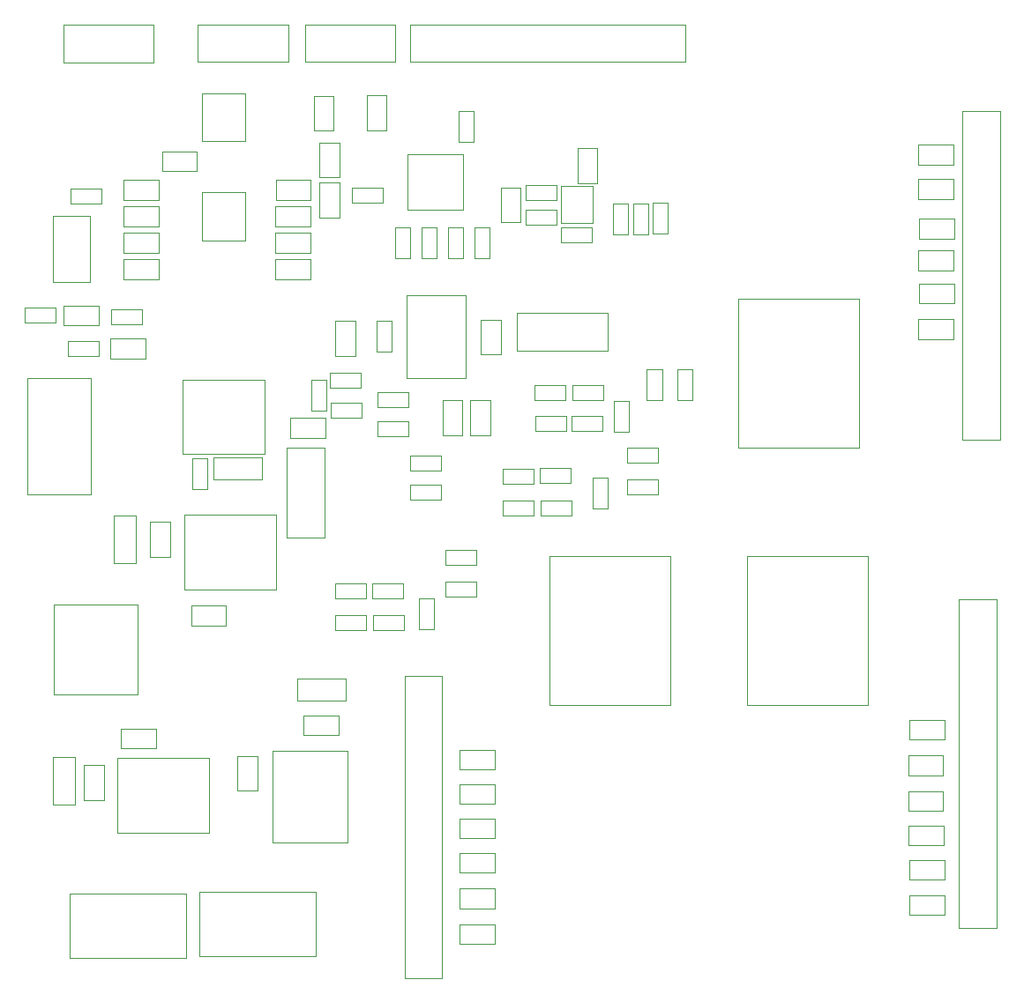
<source format=gbr>
G04 #@! TF.GenerationSoftware,KiCad,Pcbnew,(5.1.0)-1*
G04 #@! TF.CreationDate,2019-04-11T14:20:27+03:00*
G04 #@! TF.ProjectId,OF_link_CATV_tester-Aleksejsm,4f465f6c-696e-46b5-9f43-4154565f7465,rev?*
G04 #@! TF.SameCoordinates,Original*
G04 #@! TF.FileFunction,Other,User*
%FSLAX46Y46*%
G04 Gerber Fmt 4.6, Leading zero omitted, Abs format (unit mm)*
G04 Created by KiCad (PCBNEW (5.1.0)-1) date 2019-04-11 14:20:27*
%MOMM*%
%LPD*%
G04 APERTURE LIST*
%ADD10C,0.050000*%
G04 APERTURE END LIST*
D10*
X122025000Y-110194500D02*
X130675000Y-110194500D01*
X130675000Y-110194500D02*
X130675000Y-106594500D01*
X130675000Y-106594500D02*
X122025000Y-106594500D01*
X122025000Y-106594500D02*
X122025000Y-110194500D01*
X87144000Y-82508500D02*
X87144000Y-78908500D01*
X78494000Y-82508500D02*
X87144000Y-82508500D01*
X78494000Y-78908500D02*
X78494000Y-82508500D01*
X87144000Y-78908500D02*
X78494000Y-78908500D01*
X109471500Y-85647500D02*
X109471500Y-89007500D01*
X107571500Y-85647500D02*
X109471500Y-85647500D01*
X107571500Y-89007500D02*
X107571500Y-85647500D01*
X109471500Y-89007500D02*
X107571500Y-89007500D01*
X104391500Y-85711000D02*
X104391500Y-89071000D01*
X102491500Y-85711000D02*
X104391500Y-85711000D01*
X102491500Y-89071000D02*
X102491500Y-85711000D01*
X104391500Y-89071000D02*
X102491500Y-89071000D01*
X100034500Y-82445000D02*
X100034500Y-78845000D01*
X91384500Y-82445000D02*
X100034500Y-82445000D01*
X91384500Y-78845000D02*
X91384500Y-82445000D01*
X100034500Y-78845000D02*
X91384500Y-78845000D01*
X101641500Y-78845000D02*
X101641500Y-82445000D01*
X110291500Y-78845000D02*
X101641500Y-78845000D01*
X110291500Y-82445000D02*
X110291500Y-78845000D01*
X101641500Y-82445000D02*
X110291500Y-82445000D01*
X74961500Y-124037500D02*
X81111500Y-124037500D01*
X74961500Y-112837500D02*
X74961500Y-124037500D01*
X81111500Y-112837500D02*
X74961500Y-112837500D01*
X81111500Y-124037500D02*
X81111500Y-112837500D01*
X102701500Y-168370500D02*
X102701500Y-162220500D01*
X91501500Y-168370500D02*
X102701500Y-168370500D01*
X91501500Y-162220500D02*
X91501500Y-168370500D01*
X102701500Y-162220500D02*
X91501500Y-162220500D01*
X90255500Y-168497500D02*
X90255500Y-162347500D01*
X79055500Y-168497500D02*
X90255500Y-168497500D01*
X79055500Y-162347500D02*
X79055500Y-168497500D01*
X90255500Y-162347500D02*
X79055500Y-162347500D01*
X114830000Y-141456000D02*
X111230000Y-141456000D01*
X114830000Y-170456000D02*
X114830000Y-141456000D01*
X111230000Y-170456000D02*
X114830000Y-170456000D01*
X111230000Y-141456000D02*
X111230000Y-170456000D01*
X125137000Y-144244000D02*
X125137000Y-129944000D01*
X136737000Y-144244000D02*
X125137000Y-144244000D01*
X136737000Y-129943860D02*
X136738360Y-144244060D01*
X125137000Y-129944000D02*
X136737000Y-129944000D01*
X154834500Y-105184000D02*
X154834500Y-119484000D01*
X143234500Y-105184000D02*
X154834500Y-105184000D01*
X143234500Y-119484140D02*
X143233140Y-105183940D01*
X154834500Y-119484000D02*
X143234500Y-119484000D01*
X144060000Y-144244000D02*
X144060000Y-129944000D01*
X155660000Y-144244000D02*
X144060000Y-144244000D01*
X155660000Y-129943860D02*
X155661360Y-144244060D01*
X144060000Y-129944000D02*
X155660000Y-129944000D01*
X160514000Y-100586500D02*
X163874000Y-100586500D01*
X160514000Y-102486500D02*
X160514000Y-100586500D01*
X163874000Y-102486500D02*
X160514000Y-102486500D01*
X163874000Y-100586500D02*
X163874000Y-102486500D01*
X160641000Y-97538500D02*
X164001000Y-97538500D01*
X160641000Y-99438500D02*
X160641000Y-97538500D01*
X164001000Y-99438500D02*
X160641000Y-99438500D01*
X164001000Y-97538500D02*
X164001000Y-99438500D01*
X160547500Y-93728500D02*
X163907500Y-93728500D01*
X160547500Y-95628500D02*
X160547500Y-93728500D01*
X163907500Y-95628500D02*
X160547500Y-95628500D01*
X163907500Y-93728500D02*
X163907500Y-95628500D01*
X160514000Y-90426500D02*
X163874000Y-90426500D01*
X160514000Y-92326500D02*
X160514000Y-90426500D01*
X163874000Y-92326500D02*
X160514000Y-92326500D01*
X163874000Y-90426500D02*
X163874000Y-92326500D01*
X160611000Y-103761500D02*
X163971000Y-103761500D01*
X160611000Y-105661500D02*
X160611000Y-103761500D01*
X163971000Y-105661500D02*
X160611000Y-105661500D01*
X163971000Y-103761500D02*
X163971000Y-105661500D01*
X160547500Y-107190500D02*
X163907500Y-107190500D01*
X160547500Y-109090500D02*
X160547500Y-107190500D01*
X163907500Y-109090500D02*
X160547500Y-109090500D01*
X163907500Y-107190500D02*
X163907500Y-109090500D01*
X159688500Y-162499000D02*
X163048500Y-162499000D01*
X159688500Y-164399000D02*
X159688500Y-162499000D01*
X163048500Y-164399000D02*
X159688500Y-164399000D01*
X163048500Y-162499000D02*
X163048500Y-164399000D01*
X159688500Y-159133500D02*
X163048500Y-159133500D01*
X159688500Y-161033500D02*
X159688500Y-159133500D01*
X163048500Y-161033500D02*
X159688500Y-161033500D01*
X163048500Y-159133500D02*
X163048500Y-161033500D01*
X159625000Y-155831500D02*
X162985000Y-155831500D01*
X159625000Y-157731500D02*
X159625000Y-155831500D01*
X162985000Y-157731500D02*
X159625000Y-157731500D01*
X162985000Y-155831500D02*
X162985000Y-157731500D01*
X159561500Y-152529500D02*
X162921500Y-152529500D01*
X159561500Y-154429500D02*
X159561500Y-152529500D01*
X162921500Y-154429500D02*
X159561500Y-154429500D01*
X162921500Y-152529500D02*
X162921500Y-154429500D01*
X159561500Y-149100500D02*
X162921500Y-149100500D01*
X159561500Y-151000500D02*
X159561500Y-149100500D01*
X162921500Y-151000500D02*
X159561500Y-151000500D01*
X162921500Y-149100500D02*
X162921500Y-151000500D01*
X159673500Y-145671500D02*
X163033500Y-145671500D01*
X159673500Y-147571500D02*
X159673500Y-145671500D01*
X163033500Y-147571500D02*
X159673500Y-147571500D01*
X163033500Y-145671500D02*
X163033500Y-147571500D01*
X127298000Y-113506500D02*
X130258000Y-113506500D01*
X127298000Y-114966500D02*
X127298000Y-113506500D01*
X130258000Y-114966500D02*
X127298000Y-114966500D01*
X130258000Y-113506500D02*
X130258000Y-114966500D01*
X127234500Y-116491000D02*
X130194500Y-116491000D01*
X127234500Y-117951000D02*
X127234500Y-116491000D01*
X130194500Y-117951000D02*
X127234500Y-117951000D01*
X130194500Y-116491000D02*
X130194500Y-117951000D01*
X124212000Y-121444000D02*
X127172000Y-121444000D01*
X124212000Y-122904000D02*
X124212000Y-121444000D01*
X127172000Y-122904000D02*
X124212000Y-122904000D01*
X127172000Y-121444000D02*
X127172000Y-122904000D01*
X124275500Y-124555500D02*
X127235500Y-124555500D01*
X124275500Y-126015500D02*
X124275500Y-124555500D01*
X127235500Y-126015500D02*
X124275500Y-126015500D01*
X127235500Y-124555500D02*
X127235500Y-126015500D01*
X168360500Y-87163500D02*
X164760500Y-87163500D01*
X168360500Y-118713500D02*
X168360500Y-87163500D01*
X164760500Y-118713500D02*
X168360500Y-118713500D01*
X164760500Y-87163500D02*
X164760500Y-118713500D01*
X164443000Y-165630000D02*
X168043000Y-165630000D01*
X164443000Y-134080000D02*
X164443000Y-165630000D01*
X168043000Y-134080000D02*
X164443000Y-134080000D01*
X168043000Y-165630000D02*
X168043000Y-134080000D01*
X123742000Y-116427500D02*
X126702000Y-116427500D01*
X123742000Y-117887500D02*
X123742000Y-116427500D01*
X126702000Y-117887500D02*
X123742000Y-117887500D01*
X126702000Y-116427500D02*
X126702000Y-117887500D01*
X123716500Y-113506500D02*
X126676500Y-113506500D01*
X123716500Y-114966500D02*
X123716500Y-113506500D01*
X126676500Y-114966500D02*
X123716500Y-114966500D01*
X126676500Y-113506500D02*
X126676500Y-114966500D01*
X132746500Y-115042500D02*
X132746500Y-118002500D01*
X131286500Y-115042500D02*
X132746500Y-115042500D01*
X131286500Y-118002500D02*
X131286500Y-115042500D01*
X132746500Y-118002500D02*
X131286500Y-118002500D01*
X135921500Y-111969000D02*
X135921500Y-114929000D01*
X134461500Y-111969000D02*
X135921500Y-111969000D01*
X134461500Y-114929000D02*
X134461500Y-111969000D01*
X135921500Y-114929000D02*
X134461500Y-114929000D01*
X120656000Y-124555500D02*
X123616000Y-124555500D01*
X120656000Y-126015500D02*
X120656000Y-124555500D01*
X123616000Y-126015500D02*
X120656000Y-126015500D01*
X123616000Y-124555500D02*
X123616000Y-126015500D01*
X138842500Y-111969000D02*
X138842500Y-114929000D01*
X137382500Y-111969000D02*
X138842500Y-111969000D01*
X137382500Y-114929000D02*
X137382500Y-111969000D01*
X138842500Y-114929000D02*
X137382500Y-114929000D01*
X120656000Y-121507500D02*
X123616000Y-121507500D01*
X120656000Y-122967500D02*
X120656000Y-121507500D01*
X123616000Y-122967500D02*
X120656000Y-122967500D01*
X123616000Y-121507500D02*
X123616000Y-122967500D01*
X130714500Y-122370500D02*
X130714500Y-125330500D01*
X129254500Y-122370500D02*
X130714500Y-122370500D01*
X129254500Y-125330500D02*
X129254500Y-122370500D01*
X130714500Y-125330500D02*
X129254500Y-125330500D01*
X135554000Y-120999000D02*
X132594000Y-120999000D01*
X135554000Y-119539000D02*
X135554000Y-120999000D01*
X132594000Y-119539000D02*
X135554000Y-119539000D01*
X132594000Y-120999000D02*
X132594000Y-119539000D01*
X135554000Y-123983500D02*
X132594000Y-123983500D01*
X135554000Y-122523500D02*
X135554000Y-123983500D01*
X132594000Y-122523500D02*
X135554000Y-122523500D01*
X132594000Y-123983500D02*
X132594000Y-122523500D01*
X99927000Y-128165000D02*
X103527000Y-128165000D01*
X99927000Y-119515000D02*
X99927000Y-128165000D01*
X103527000Y-119515000D02*
X99927000Y-119515000D01*
X103527000Y-128165000D02*
X103527000Y-119515000D01*
X119838500Y-150429000D02*
X116478500Y-150429000D01*
X119838500Y-148529000D02*
X119838500Y-150429000D01*
X116478500Y-148529000D02*
X119838500Y-148529000D01*
X116478500Y-150429000D02*
X116478500Y-148529000D01*
X119868500Y-153731000D02*
X116508500Y-153731000D01*
X119868500Y-151831000D02*
X119868500Y-153731000D01*
X116508500Y-151831000D02*
X119868500Y-151831000D01*
X116508500Y-153731000D02*
X116508500Y-151831000D01*
X119868500Y-157033000D02*
X116508500Y-157033000D01*
X119868500Y-155133000D02*
X119868500Y-157033000D01*
X116508500Y-155133000D02*
X119868500Y-155133000D01*
X116508500Y-157033000D02*
X116508500Y-155133000D01*
X119868500Y-160335000D02*
X116508500Y-160335000D01*
X119868500Y-158435000D02*
X119868500Y-160335000D01*
X116508500Y-158435000D02*
X119868500Y-158435000D01*
X116508500Y-160335000D02*
X116508500Y-158435000D01*
X119868500Y-163764000D02*
X116508500Y-163764000D01*
X119868500Y-161864000D02*
X119868500Y-163764000D01*
X116508500Y-161864000D02*
X119868500Y-161864000D01*
X116508500Y-163764000D02*
X116508500Y-161864000D01*
X119868500Y-167193000D02*
X116508500Y-167193000D01*
X119868500Y-165293000D02*
X119868500Y-167193000D01*
X116508500Y-165293000D02*
X119868500Y-165293000D01*
X116508500Y-167193000D02*
X116508500Y-165293000D01*
X100252500Y-116652000D02*
X103612500Y-116652000D01*
X100252500Y-118552000D02*
X100252500Y-116652000D01*
X103612500Y-118552000D02*
X100252500Y-118552000D01*
X103612500Y-116652000D02*
X103612500Y-118552000D01*
X106487000Y-107364500D02*
X106487000Y-110724500D01*
X104587000Y-107364500D02*
X106487000Y-107364500D01*
X104587000Y-110724500D02*
X104587000Y-107364500D01*
X106487000Y-110724500D02*
X104587000Y-110724500D01*
X108146500Y-132556500D02*
X111106500Y-132556500D01*
X108146500Y-134016500D02*
X108146500Y-132556500D01*
X111106500Y-134016500D02*
X108146500Y-134016500D01*
X111106500Y-132556500D02*
X111106500Y-134016500D01*
X108222500Y-135604500D02*
X111182500Y-135604500D01*
X108222500Y-137064500D02*
X108222500Y-135604500D01*
X111182500Y-137064500D02*
X108222500Y-137064500D01*
X111182500Y-135604500D02*
X111182500Y-137064500D01*
X104590500Y-135604500D02*
X107550500Y-135604500D01*
X104590500Y-137064500D02*
X104590500Y-135604500D01*
X107550500Y-137064500D02*
X104590500Y-137064500D01*
X107550500Y-135604500D02*
X107550500Y-137064500D01*
X104590500Y-132556500D02*
X107550500Y-132556500D01*
X104590500Y-134016500D02*
X104590500Y-132556500D01*
X107550500Y-134016500D02*
X104590500Y-134016500D01*
X107550500Y-132556500D02*
X107550500Y-134016500D01*
X114014000Y-134003500D02*
X114014000Y-136963500D01*
X112554000Y-134003500D02*
X114014000Y-134003500D01*
X112554000Y-136963500D02*
X112554000Y-134003500D01*
X114014000Y-136963500D02*
X112554000Y-136963500D01*
X118091500Y-130778000D02*
X115131500Y-130778000D01*
X118091500Y-129318000D02*
X118091500Y-130778000D01*
X115131500Y-129318000D02*
X118091500Y-129318000D01*
X115131500Y-130778000D02*
X115131500Y-129318000D01*
X118091500Y-133826000D02*
X115131500Y-133826000D01*
X118091500Y-132366000D02*
X118091500Y-133826000D01*
X115131500Y-132366000D02*
X118091500Y-132366000D01*
X115131500Y-133826000D02*
X115131500Y-132366000D01*
X107042500Y-113760000D02*
X104082500Y-113760000D01*
X107042500Y-112300000D02*
X107042500Y-113760000D01*
X104082500Y-112300000D02*
X107042500Y-112300000D01*
X104082500Y-113760000D02*
X104082500Y-112300000D01*
X103727000Y-112972500D02*
X103727000Y-115932500D01*
X102267000Y-112972500D02*
X103727000Y-112972500D01*
X102267000Y-115932500D02*
X102267000Y-112972500D01*
X103727000Y-115932500D02*
X102267000Y-115932500D01*
X107118500Y-116681000D02*
X104158500Y-116681000D01*
X107118500Y-115221000D02*
X107118500Y-116681000D01*
X104158500Y-115221000D02*
X107118500Y-115221000D01*
X104158500Y-116681000D02*
X104158500Y-115221000D01*
X114874000Y-118344500D02*
X114874000Y-114984500D01*
X116774000Y-118344500D02*
X114874000Y-118344500D01*
X116774000Y-114984500D02*
X116774000Y-118344500D01*
X114874000Y-114984500D02*
X116774000Y-114984500D01*
X117541000Y-118344500D02*
X117541000Y-114984500D01*
X119441000Y-118344500D02*
X117541000Y-118344500D01*
X119441000Y-114984500D02*
X119441000Y-118344500D01*
X117541000Y-114984500D02*
X119441000Y-114984500D01*
X118557000Y-110567500D02*
X118557000Y-107207500D01*
X120457000Y-110567500D02*
X118557000Y-110567500D01*
X120457000Y-107207500D02*
X120457000Y-110567500D01*
X118557000Y-107207500D02*
X120457000Y-107207500D01*
X111778500Y-123095000D02*
X114738500Y-123095000D01*
X111778500Y-124555000D02*
X111778500Y-123095000D01*
X114738500Y-124555000D02*
X111778500Y-124555000D01*
X114738500Y-123095000D02*
X114738500Y-124555000D01*
X111778500Y-120301000D02*
X114738500Y-120301000D01*
X111778500Y-121761000D02*
X111778500Y-120301000D01*
X114738500Y-121761000D02*
X111778500Y-121761000D01*
X114738500Y-120301000D02*
X114738500Y-121761000D01*
X108603500Y-116999000D02*
X111563500Y-116999000D01*
X108603500Y-118459000D02*
X108603500Y-116999000D01*
X111563500Y-118459000D02*
X108603500Y-118459000D01*
X111563500Y-116999000D02*
X111563500Y-118459000D01*
X108603500Y-114205000D02*
X111563500Y-114205000D01*
X108603500Y-115665000D02*
X108603500Y-114205000D01*
X111563500Y-115665000D02*
X108603500Y-115665000D01*
X111563500Y-114205000D02*
X111563500Y-115665000D01*
X108490000Y-110293500D02*
X108490000Y-107333500D01*
X109950000Y-110293500D02*
X108490000Y-110293500D01*
X109950000Y-107333500D02*
X109950000Y-110293500D01*
X108490000Y-107333500D02*
X109950000Y-107333500D01*
X98888000Y-125940000D02*
X90088000Y-125940000D01*
X98888000Y-133140000D02*
X98888000Y-125940000D01*
X90088000Y-133140000D02*
X98888000Y-133140000D01*
X90088000Y-125940000D02*
X90088000Y-133140000D01*
X105708000Y-148635000D02*
X98508000Y-148635000D01*
X98508000Y-148635000D02*
X98508000Y-157435000D01*
X98508000Y-157435000D02*
X105708000Y-157435000D01*
X105708000Y-157435000D02*
X105708000Y-148635000D01*
X92411000Y-149308000D02*
X83611000Y-149308000D01*
X92411000Y-156508000D02*
X92411000Y-149308000D01*
X83611000Y-156508000D02*
X92411000Y-156508000D01*
X83611000Y-149308000D02*
X83611000Y-156508000D01*
X85561000Y-143260000D02*
X85561000Y-134560000D01*
X77561000Y-143260000D02*
X85561000Y-143260000D01*
X77561000Y-134560000D02*
X77561000Y-143260000D01*
X85561000Y-134560000D02*
X77561000Y-134560000D01*
X117824000Y-87191500D02*
X117824000Y-90151500D01*
X116364000Y-87191500D02*
X117824000Y-87191500D01*
X116364000Y-90151500D02*
X116364000Y-87191500D01*
X117824000Y-90151500D02*
X116364000Y-90151500D01*
X85378000Y-126050000D02*
X85378000Y-130650000D01*
X83278000Y-126050000D02*
X85378000Y-126050000D01*
X83278000Y-130650000D02*
X83278000Y-126050000D01*
X85378000Y-130650000D02*
X83278000Y-130650000D01*
X105551000Y-143798000D02*
X100951000Y-143798000D01*
X105551000Y-141698000D02*
X105551000Y-143798000D01*
X100951000Y-141698000D02*
X105551000Y-141698000D01*
X100951000Y-143798000D02*
X100951000Y-141698000D01*
X79536000Y-149211000D02*
X79536000Y-153811000D01*
X77436000Y-149211000D02*
X79536000Y-149211000D01*
X77436000Y-153811000D02*
X77436000Y-149211000D01*
X79536000Y-153811000D02*
X77436000Y-153811000D01*
X88707000Y-126638500D02*
X88707000Y-129998500D01*
X86807000Y-126638500D02*
X88707000Y-126638500D01*
X86807000Y-129998500D02*
X86807000Y-126638500D01*
X88707000Y-129998500D02*
X86807000Y-129998500D01*
X104882500Y-147127000D02*
X101522500Y-147127000D01*
X104882500Y-145227000D02*
X104882500Y-147127000D01*
X101522500Y-145227000D02*
X104882500Y-145227000D01*
X101522500Y-147127000D02*
X101522500Y-145227000D01*
X82357000Y-150006500D02*
X82357000Y-153366500D01*
X80457000Y-150006500D02*
X82357000Y-150006500D01*
X80457000Y-153366500D02*
X80457000Y-150006500D01*
X82357000Y-153366500D02*
X80457000Y-153366500D01*
X94087500Y-136586000D02*
X90727500Y-136586000D01*
X94087500Y-134686000D02*
X94087500Y-136586000D01*
X90727500Y-134686000D02*
X94087500Y-134686000D01*
X90727500Y-136586000D02*
X90727500Y-134686000D01*
X95189000Y-152477500D02*
X95189000Y-149117500D01*
X97089000Y-152477500D02*
X95189000Y-152477500D01*
X97089000Y-149117500D02*
X97089000Y-152477500D01*
X95189000Y-149117500D02*
X97089000Y-149117500D01*
X83966500Y-146497000D02*
X87326500Y-146497000D01*
X83966500Y-148397000D02*
X83966500Y-146497000D01*
X87326500Y-148397000D02*
X83966500Y-148397000D01*
X87326500Y-146497000D02*
X87326500Y-148397000D01*
X92297000Y-120567000D02*
X92297000Y-123527000D01*
X90837000Y-120567000D02*
X92297000Y-120567000D01*
X90837000Y-123527000D02*
X90837000Y-120567000D01*
X92297000Y-123527000D02*
X90837000Y-123527000D01*
X92903000Y-120489000D02*
X97503000Y-120489000D01*
X92903000Y-122589000D02*
X92903000Y-120489000D01*
X97503000Y-122589000D02*
X92903000Y-122589000D01*
X97503000Y-120489000D02*
X97503000Y-122589000D01*
X111738000Y-78845000D02*
X111738000Y-82445000D01*
X138188000Y-78845000D02*
X111738000Y-78845000D01*
X138188000Y-82445000D02*
X138188000Y-78845000D01*
X111738000Y-82445000D02*
X138188000Y-82445000D01*
X131223000Y-98990500D02*
X131223000Y-96030500D01*
X132683000Y-98990500D02*
X131223000Y-98990500D01*
X132683000Y-96030500D02*
X132683000Y-98990500D01*
X131223000Y-96030500D02*
X132683000Y-96030500D01*
X133128000Y-98990500D02*
X133128000Y-96030500D01*
X134588000Y-98990500D02*
X133128000Y-98990500D01*
X134588000Y-96030500D02*
X134588000Y-98990500D01*
X133128000Y-96030500D02*
X134588000Y-96030500D01*
X125787500Y-95726000D02*
X122827500Y-95726000D01*
X125787500Y-94266000D02*
X125787500Y-95726000D01*
X122827500Y-94266000D02*
X125787500Y-94266000D01*
X122827500Y-95726000D02*
X122827500Y-94266000D01*
X135033000Y-95954500D02*
X136493000Y-95954500D01*
X136493000Y-95954500D02*
X136493000Y-98914500D01*
X136493000Y-98914500D02*
X135033000Y-98914500D01*
X135033000Y-98914500D02*
X135033000Y-95954500D01*
X126212000Y-97939000D02*
X129312000Y-97939000D01*
X126212000Y-94339000D02*
X129312000Y-94339000D01*
X129312000Y-94339000D02*
X129312000Y-97939000D01*
X126212000Y-94339000D02*
X126212000Y-97939000D01*
X122827500Y-98139000D02*
X122827500Y-96679000D01*
X122827500Y-96679000D02*
X125787500Y-96679000D01*
X125787500Y-96679000D02*
X125787500Y-98139000D01*
X125787500Y-98139000D02*
X122827500Y-98139000D01*
X126256500Y-98330000D02*
X129216500Y-98330000D01*
X126256500Y-99790000D02*
X126256500Y-98330000D01*
X129216500Y-99790000D02*
X126256500Y-99790000D01*
X129216500Y-98330000D02*
X129216500Y-99790000D01*
X127828000Y-90727500D02*
X129728000Y-90727500D01*
X129728000Y-90727500D02*
X129728000Y-94087500D01*
X129728000Y-94087500D02*
X127828000Y-94087500D01*
X127828000Y-94087500D02*
X127828000Y-90727500D01*
X122362000Y-97867500D02*
X120462000Y-97867500D01*
X120462000Y-97867500D02*
X120462000Y-94507500D01*
X120462000Y-94507500D02*
X122362000Y-94507500D01*
X122362000Y-94507500D02*
X122362000Y-97867500D01*
X79190500Y-94647000D02*
X82150500Y-94647000D01*
X79190500Y-96107000D02*
X79190500Y-94647000D01*
X82150500Y-96107000D02*
X79190500Y-96107000D01*
X82150500Y-94647000D02*
X82150500Y-96107000D01*
X74745500Y-107537000D02*
X74745500Y-106077000D01*
X74745500Y-106077000D02*
X77705500Y-106077000D01*
X77705500Y-106077000D02*
X77705500Y-107537000D01*
X77705500Y-107537000D02*
X74745500Y-107537000D01*
X78885500Y-110712000D02*
X78885500Y-109252000D01*
X78885500Y-109252000D02*
X81845500Y-109252000D01*
X81845500Y-109252000D02*
X81845500Y-110712000D01*
X81845500Y-110712000D02*
X78885500Y-110712000D01*
X83076500Y-107664000D02*
X83076500Y-106204000D01*
X83076500Y-106204000D02*
X86036500Y-106204000D01*
X86036500Y-106204000D02*
X86036500Y-107664000D01*
X86036500Y-107664000D02*
X83076500Y-107664000D01*
X106190500Y-95980000D02*
X106190500Y-94520000D01*
X106190500Y-94520000D02*
X109150500Y-94520000D01*
X109150500Y-94520000D02*
X109150500Y-95980000D01*
X109150500Y-95980000D02*
X106190500Y-95980000D01*
X111728000Y-101327500D02*
X110268000Y-101327500D01*
X110268000Y-101327500D02*
X110268000Y-98367500D01*
X110268000Y-98367500D02*
X111728000Y-98367500D01*
X111728000Y-98367500D02*
X111728000Y-101327500D01*
X114268000Y-98367500D02*
X114268000Y-101327500D01*
X112808000Y-98367500D02*
X114268000Y-98367500D01*
X112808000Y-101327500D02*
X112808000Y-98367500D01*
X114268000Y-101327500D02*
X112808000Y-101327500D01*
X116808000Y-101327500D02*
X115348000Y-101327500D01*
X115348000Y-101327500D02*
X115348000Y-98367500D01*
X115348000Y-98367500D02*
X116808000Y-98367500D01*
X116808000Y-98367500D02*
X116808000Y-101327500D01*
X119348000Y-98367500D02*
X119348000Y-101327500D01*
X117888000Y-98367500D02*
X119348000Y-98367500D01*
X117888000Y-101327500D02*
X117888000Y-98367500D01*
X119348000Y-101327500D02*
X117888000Y-101327500D01*
X80998000Y-97277000D02*
X77498000Y-97277000D01*
X77498000Y-97277000D02*
X77498000Y-103637000D01*
X77498000Y-103637000D02*
X80998000Y-103637000D01*
X80998000Y-103637000D02*
X80998000Y-97277000D01*
X97803000Y-120136000D02*
X97803000Y-113036000D01*
X89903000Y-120136000D02*
X89903000Y-113036000D01*
X97803000Y-120136000D02*
X89903000Y-120136000D01*
X97803000Y-113036000D02*
X89903000Y-113036000D01*
X111523000Y-96630000D02*
X111523000Y-91330000D01*
X116823000Y-96630000D02*
X111523000Y-96630000D01*
X116823000Y-91330000D02*
X116823000Y-96630000D01*
X111523000Y-91330000D02*
X116823000Y-91330000D01*
X117073000Y-104889000D02*
X111373000Y-104889000D01*
X117073000Y-112789000D02*
X111373000Y-112789000D01*
X117073000Y-104889000D02*
X117073000Y-112789000D01*
X111373000Y-104889000D02*
X111373000Y-112789000D01*
X87610500Y-93792000D02*
X87610500Y-95692000D01*
X87610500Y-95692000D02*
X84250500Y-95692000D01*
X84250500Y-95692000D02*
X84250500Y-93792000D01*
X84250500Y-93792000D02*
X87610500Y-93792000D01*
X84220500Y-96332000D02*
X87580500Y-96332000D01*
X84220500Y-98232000D02*
X84220500Y-96332000D01*
X87580500Y-98232000D02*
X84220500Y-98232000D01*
X87580500Y-96332000D02*
X87580500Y-98232000D01*
X87580500Y-98872000D02*
X87580500Y-100772000D01*
X87580500Y-100772000D02*
X84220500Y-100772000D01*
X84220500Y-100772000D02*
X84220500Y-98872000D01*
X84220500Y-98872000D02*
X87580500Y-98872000D01*
X84250500Y-101412000D02*
X87610500Y-101412000D01*
X84250500Y-103312000D02*
X84250500Y-101412000D01*
X87610500Y-103312000D02*
X84250500Y-103312000D01*
X87610500Y-101412000D02*
X87610500Y-103312000D01*
X98825500Y-103312000D02*
X98825500Y-101412000D01*
X98825500Y-101412000D02*
X102185500Y-101412000D01*
X102185500Y-101412000D02*
X102185500Y-103312000D01*
X102185500Y-103312000D02*
X98825500Y-103312000D01*
X102185500Y-100772000D02*
X98825500Y-100772000D01*
X102185500Y-98872000D02*
X102185500Y-100772000D01*
X98825500Y-98872000D02*
X102185500Y-98872000D01*
X98825500Y-100772000D02*
X98825500Y-98872000D01*
X98825500Y-98232000D02*
X98825500Y-96332000D01*
X98825500Y-96332000D02*
X102185500Y-96332000D01*
X102185500Y-96332000D02*
X102185500Y-98232000D01*
X102185500Y-98232000D02*
X98825500Y-98232000D01*
X103063000Y-97389500D02*
X103063000Y-94029500D01*
X104963000Y-97389500D02*
X103063000Y-97389500D01*
X104963000Y-94029500D02*
X104963000Y-97389500D01*
X103063000Y-94029500D02*
X104963000Y-94029500D01*
X104963000Y-90189500D02*
X104963000Y-93549500D01*
X103063000Y-90189500D02*
X104963000Y-90189500D01*
X103063000Y-93549500D02*
X103063000Y-90189500D01*
X104963000Y-93549500D02*
X103063000Y-93549500D01*
X98855500Y-95692000D02*
X98855500Y-93792000D01*
X98855500Y-93792000D02*
X102215500Y-93792000D01*
X102215500Y-93792000D02*
X102215500Y-95692000D01*
X102215500Y-95692000D02*
X98855500Y-95692000D01*
X91293500Y-92961500D02*
X87933500Y-92961500D01*
X91293500Y-91061500D02*
X91293500Y-92961500D01*
X87933500Y-91061500D02*
X91293500Y-91061500D01*
X87933500Y-92961500D02*
X87933500Y-91061500D01*
X81865500Y-105857000D02*
X81865500Y-107757000D01*
X81865500Y-107757000D02*
X78505500Y-107757000D01*
X78505500Y-107757000D02*
X78505500Y-105857000D01*
X78505500Y-105857000D02*
X81865500Y-105857000D01*
X82950500Y-109032000D02*
X86310500Y-109032000D01*
X82950500Y-110932000D02*
X82950500Y-109032000D01*
X86310500Y-110932000D02*
X82950500Y-110932000D01*
X86310500Y-109032000D02*
X86310500Y-110932000D01*
X91803000Y-85457000D02*
X91803000Y-90057000D01*
X95903000Y-85457000D02*
X95903000Y-90057000D01*
X91803000Y-85457000D02*
X95903000Y-85457000D01*
X91803000Y-90057000D02*
X95903000Y-90057000D01*
X91803000Y-99582000D02*
X95903000Y-99582000D01*
X91803000Y-94982000D02*
X95903000Y-94982000D01*
X95903000Y-94982000D02*
X95903000Y-99582000D01*
X91803000Y-94982000D02*
X91803000Y-99582000D01*
M02*

</source>
